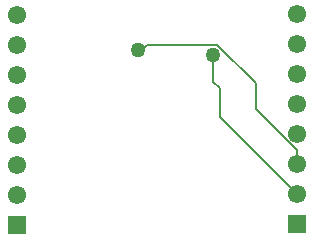
<source format=gbr>
%TF.GenerationSoftware,Altium Limited,Altium Designer,22.10.1 (41)*%
G04 Layer_Physical_Order=2*
G04 Layer_Color=16711680*
%FSLAX45Y45*%
%MOMM*%
%TF.SameCoordinates,19E9B31E-7746-43A9-897C-89C24B045B63*%
%TF.FilePolarity,Positive*%
%TF.FileFunction,Copper,L2,Bot,Signal*%
%TF.Part,Single*%
G01*
G75*
%TA.AperFunction,Conductor*%
%ADD17C,0.12700*%
%TA.AperFunction,ComponentPad*%
%ADD19C,1.55000*%
%ADD20R,1.55000X1.55000*%
%TA.AperFunction,ViaPad*%
%ADD21C,1.27000*%
D17*
X1725543Y1725485D02*
X1765358Y1765300D01*
X2362200D01*
X2687089Y1440411D01*
Y1225225D02*
Y1440411D01*
Y1225225D02*
X3039207Y873108D01*
Y755650D02*
Y873108D01*
X2385157Y1155700D02*
X3039207Y501650D01*
X2385157Y1155700D02*
Y1399443D01*
X1694614Y1725485D02*
X1725543D01*
X2328007Y1456593D02*
Y1682750D01*
Y1456593D02*
X2385157Y1399443D01*
D19*
X3039207Y2025650D02*
D03*
Y1771650D02*
D03*
Y1517650D02*
D03*
Y1263650D02*
D03*
Y1009650D02*
D03*
Y755650D02*
D03*
Y501650D02*
D03*
X664307Y2019275D02*
D03*
Y1765275D02*
D03*
Y1511275D02*
D03*
Y1257275D02*
D03*
Y1003275D02*
D03*
Y749275D02*
D03*
Y495275D02*
D03*
D20*
X3039207Y247650D02*
D03*
X664307Y241275D02*
D03*
D21*
X1694614Y1725485D02*
D03*
X2328007Y1682750D02*
D03*
%TF.MD5,1f188b10bdf634af59ab25a16585ba6c*%
M02*

</source>
